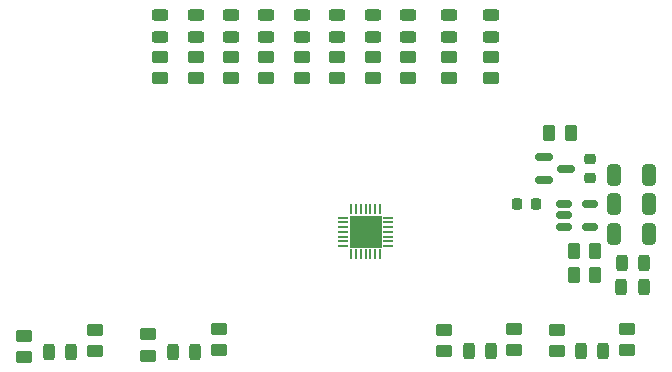
<source format=gbr>
%TF.GenerationSoftware,KiCad,Pcbnew,9.0.0*%
%TF.CreationDate,2025-03-28T15:43:29+07:00*%
%TF.ProjectId,PIC18F27Q43_OLED_Board,50494331-3846-4323-9751-34335f4f4c45,rev?*%
%TF.SameCoordinates,Original*%
%TF.FileFunction,Paste,Top*%
%TF.FilePolarity,Positive*%
%FSLAX46Y46*%
G04 Gerber Fmt 4.6, Leading zero omitted, Abs format (unit mm)*
G04 Created by KiCad (PCBNEW 9.0.0) date 2025-03-28 15:43:29*
%MOMM*%
%LPD*%
G01*
G04 APERTURE LIST*
G04 Aperture macros list*
%AMRoundRect*
0 Rectangle with rounded corners*
0 $1 Rounding radius*
0 $2 $3 $4 $5 $6 $7 $8 $9 X,Y pos of 4 corners*
0 Add a 4 corners polygon primitive as box body*
4,1,4,$2,$3,$4,$5,$6,$7,$8,$9,$2,$3,0*
0 Add four circle primitives for the rounded corners*
1,1,$1+$1,$2,$3*
1,1,$1+$1,$4,$5*
1,1,$1+$1,$6,$7*
1,1,$1+$1,$8,$9*
0 Add four rect primitives between the rounded corners*
20,1,$1+$1,$2,$3,$4,$5,0*
20,1,$1+$1,$4,$5,$6,$7,0*
20,1,$1+$1,$6,$7,$8,$9,0*
20,1,$1+$1,$8,$9,$2,$3,0*%
G04 Aperture macros list end*
%ADD10C,0.000000*%
%ADD11RoundRect,0.250000X0.450000X-0.262500X0.450000X0.262500X-0.450000X0.262500X-0.450000X-0.262500X0*%
%ADD12RoundRect,0.250000X0.262500X0.450000X-0.262500X0.450000X-0.262500X-0.450000X0.262500X-0.450000X0*%
%ADD13RoundRect,0.243750X-0.456250X0.243750X-0.456250X-0.243750X0.456250X-0.243750X0.456250X0.243750X0*%
%ADD14RoundRect,0.250000X-0.450000X0.262500X-0.450000X-0.262500X0.450000X-0.262500X0.450000X0.262500X0*%
%ADD15R,0.203200X0.812800*%
%ADD16R,0.812800X0.203200*%
%ADD17R,2.743200X2.743200*%
%ADD18RoundRect,0.250000X-0.262500X-0.450000X0.262500X-0.450000X0.262500X0.450000X-0.262500X0.450000X0*%
%ADD19RoundRect,0.243750X-0.243750X-0.456250X0.243750X-0.456250X0.243750X0.456250X-0.243750X0.456250X0*%
%ADD20RoundRect,0.250000X-0.325000X-0.650000X0.325000X-0.650000X0.325000X0.650000X-0.325000X0.650000X0*%
%ADD21RoundRect,0.243750X0.243750X0.456250X-0.243750X0.456250X-0.243750X-0.456250X0.243750X-0.456250X0*%
%ADD22RoundRect,0.218750X0.218750X0.256250X-0.218750X0.256250X-0.218750X-0.256250X0.218750X-0.256250X0*%
%ADD23RoundRect,0.150000X-0.587500X-0.150000X0.587500X-0.150000X0.587500X0.150000X-0.587500X0.150000X0*%
%ADD24RoundRect,0.218750X0.256250X-0.218750X0.256250X0.218750X-0.256250X0.218750X-0.256250X-0.218750X0*%
%ADD25RoundRect,0.150000X-0.512500X-0.150000X0.512500X-0.150000X0.512500X0.150000X-0.512500X0.150000X0*%
G04 APERTURE END LIST*
D10*
%TO.C,U1*%
G36*
X123292300Y-101792300D02*
G01*
X122120700Y-101792300D01*
X122120700Y-100620700D01*
X123292300Y-100620700D01*
X123292300Y-101792300D01*
G37*
G36*
X123292300Y-103163900D02*
G01*
X122120700Y-103163900D01*
X122120700Y-101992300D01*
X123292300Y-101992300D01*
X123292300Y-103163900D01*
G37*
G36*
X124663900Y-101792300D02*
G01*
X123492300Y-101792300D01*
X123492300Y-100620700D01*
X124663900Y-100620700D01*
X124663900Y-101792300D01*
G37*
G36*
X124663900Y-103163900D02*
G01*
X123492300Y-103163900D01*
X123492300Y-101992300D01*
X124663900Y-101992300D01*
X124663900Y-103163900D01*
G37*
%TD*%
D11*
%TO.C,R6*%
X130500000Y-88912500D03*
X130500000Y-87087500D03*
%TD*%
D12*
%TO.C,R21*%
X140762500Y-93550000D03*
X138937500Y-93550000D03*
%TD*%
D13*
%TO.C,D2*%
X130500000Y-83500000D03*
X130500000Y-85375000D03*
%TD*%
D11*
%TO.C,R9*%
X121000000Y-88912500D03*
X121000000Y-87087500D03*
%TD*%
%TO.C,R11*%
X115000000Y-88912500D03*
X115000000Y-87087500D03*
%TD*%
D14*
%TO.C,R19*%
X145500000Y-110087500D03*
X145500000Y-111912500D03*
%TD*%
%TO.C,R15*%
X100500000Y-110175000D03*
X100500000Y-112000000D03*
%TD*%
D13*
%TO.C,D8*%
X112000000Y-83562500D03*
X112000000Y-85437500D03*
%TD*%
D15*
%TO.C,U1*%
X124592300Y-100000000D03*
X124192301Y-100000000D03*
X123792299Y-100000000D03*
X123392300Y-100000000D03*
X122992301Y-100000000D03*
X122592299Y-100000000D03*
X122192300Y-100000000D03*
D16*
X121500000Y-100692300D03*
X121500000Y-101092299D03*
X121500000Y-101492301D03*
X121500000Y-101892300D03*
X121500000Y-102292299D03*
X121500000Y-102692301D03*
X121500000Y-103092300D03*
D15*
X122192300Y-103784600D03*
X122592299Y-103784600D03*
X122992301Y-103784600D03*
X123392300Y-103784600D03*
X123792299Y-103784600D03*
X124192301Y-103784600D03*
X124592300Y-103784600D03*
D16*
X125284600Y-103092300D03*
X125284600Y-102692301D03*
X125284600Y-102292299D03*
X125284600Y-101892300D03*
X125284600Y-101492301D03*
X125284600Y-101092299D03*
X125284600Y-100692300D03*
D17*
X123392300Y-101892300D03*
%TD*%
D18*
%TO.C,R20*%
X141025000Y-105550000D03*
X142850000Y-105550000D03*
%TD*%
D13*
%TO.C,D1*%
X134000000Y-83500000D03*
X134000000Y-85375000D03*
%TD*%
%TO.C,D5*%
X121000000Y-83500000D03*
X121000000Y-85375000D03*
%TD*%
D14*
%TO.C,R17*%
X136000000Y-110087500D03*
X136000000Y-111912500D03*
%TD*%
D11*
%TO.C,R4*%
X130000000Y-112000000D03*
X130000000Y-110175000D03*
%TD*%
%TO.C,R5*%
X139587500Y-112000000D03*
X139587500Y-110175000D03*
%TD*%
%TO.C,R10*%
X118000000Y-88912500D03*
X118000000Y-87087500D03*
%TD*%
%TO.C,R14*%
X106000000Y-88912500D03*
X106000000Y-87087500D03*
%TD*%
D19*
%TO.C,D11*%
X96562500Y-112087500D03*
X98437500Y-112087500D03*
%TD*%
D13*
%TO.C,D10*%
X106000000Y-83562500D03*
X106000000Y-85437500D03*
%TD*%
D20*
%TO.C,C1*%
X144462500Y-97050000D03*
X147412500Y-97050000D03*
%TD*%
D11*
%TO.C,R2*%
X134000000Y-88912500D03*
X134000000Y-87087500D03*
%TD*%
D21*
%TO.C,D16*%
X146937500Y-106550000D03*
X145062500Y-106550000D03*
%TD*%
D13*
%TO.C,D3*%
X127000000Y-83500000D03*
X127000000Y-85375000D03*
%TD*%
D11*
%TO.C,R1*%
X94500000Y-112500000D03*
X94500000Y-110675000D03*
%TD*%
D13*
%TO.C,D9*%
X109000000Y-83562500D03*
X109000000Y-85437500D03*
%TD*%
D11*
%TO.C,R12*%
X112000000Y-88912500D03*
X112000000Y-87087500D03*
%TD*%
D18*
%TO.C,R18*%
X141025000Y-103550000D03*
X142850000Y-103550000D03*
%TD*%
D13*
%TO.C,D6*%
X118000000Y-83500000D03*
X118000000Y-85375000D03*
%TD*%
D19*
%TO.C,D15*%
X141625000Y-112000000D03*
X143500000Y-112000000D03*
%TD*%
D22*
%TO.C,D18*%
X137787500Y-99500000D03*
X136212500Y-99500000D03*
%TD*%
D19*
%TO.C,D12*%
X107062500Y-112087500D03*
X108937500Y-112087500D03*
%TD*%
D21*
%TO.C,D14*%
X147000000Y-104500000D03*
X145125000Y-104500000D03*
%TD*%
D13*
%TO.C,D4*%
X124000000Y-83562500D03*
X124000000Y-85437500D03*
%TD*%
D11*
%TO.C,R3*%
X105000000Y-112412500D03*
X105000000Y-110587500D03*
%TD*%
D23*
%TO.C,Q1*%
X138500000Y-95600000D03*
X138500000Y-97500000D03*
X140375000Y-96550000D03*
%TD*%
D20*
%TO.C,C3*%
X144437500Y-102050000D03*
X147387500Y-102050000D03*
%TD*%
D24*
%TO.C,D17*%
X142437500Y-97337500D03*
X142437500Y-95762500D03*
%TD*%
D11*
%TO.C,R7*%
X127000000Y-88912500D03*
X127000000Y-87087500D03*
%TD*%
D14*
%TO.C,R16*%
X111000000Y-110087500D03*
X111000000Y-111912500D03*
%TD*%
D19*
%TO.C,D13*%
X132125000Y-112000000D03*
X134000000Y-112000000D03*
%TD*%
D11*
%TO.C,R13*%
X109000000Y-88912500D03*
X109000000Y-87087500D03*
%TD*%
D25*
%TO.C,U2*%
X140162500Y-99550000D03*
X140162500Y-100500000D03*
X140162500Y-101450000D03*
X142437500Y-101450000D03*
X142437500Y-99550000D03*
%TD*%
D13*
%TO.C,D7*%
X115000000Y-83562500D03*
X115000000Y-85437500D03*
%TD*%
D11*
%TO.C,R8*%
X124000000Y-88912500D03*
X124000000Y-87087500D03*
%TD*%
D20*
%TO.C,C2*%
X144462500Y-99550000D03*
X147412500Y-99550000D03*
%TD*%
M02*

</source>
